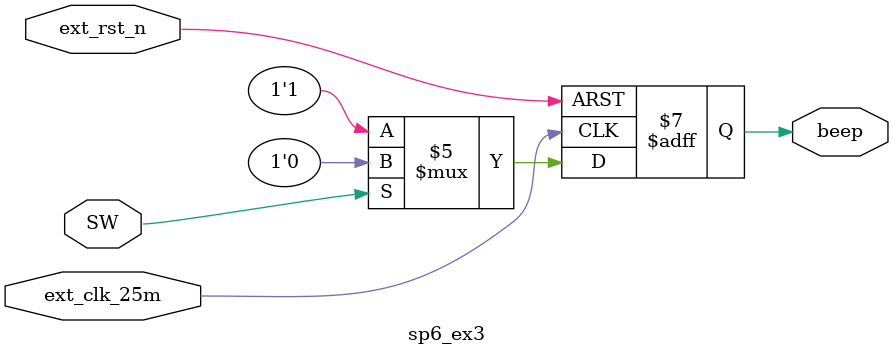
<source format=v>
module sp6_ex3 (
	input ext_clk_25m,
	input ext_rst_n,
	input SW,
	output reg beep
);
	always @(posedge ext_clk_25m or negedge ext_rst_n) begin
		if (!ext_rst_n) begin
			beep<=1'b0;
		end else begin
			if (!SW) begin
				beep<=1'b1;
			end else begin
				beep<=1'b0;
			end
		end
	end
endmodule
</source>
